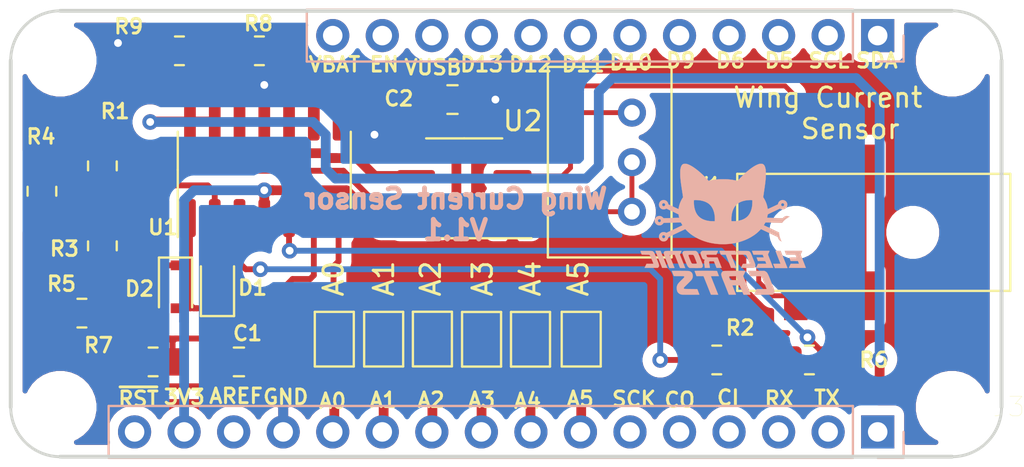
<source format=kicad_pcb>
(kicad_pcb (version 20171130) (host pcbnew "(5.1.9)-1")
  (title_block (title "Wing Current Sensor") (date 2021-03-12) (rev v1.0) (company "Electronic Cats"))
  (layers (0 F.Cu signal) (31 B.Cu signal) (34 B.Paste user) (35 F.Paste user) (36 B.SilkS user) (37 F.SilkS user) (38 B.Mask user) (39 F.Mask user) (44 Edge.Cuts user))
  (net 0 "")
  (net 1 "Net-(C1-Pad2)")
  (net 2 /OUT)
  (net 3 GND)
  (net 4 "Net-(D1-Pad2)")
  (net 5 "Net-(D1-Pad1)")
  (net 6 "Net-(D2-Pad1)")
  (net 7 "Net-(R2-Pad1)")
  (net 8 "Net-(R6-Pad1)")
  (net 9 "Net-(RV1-Pad1)")
  (net 10 "Net-(RV1-Pad3)")
  (net 11 "Net-(R8-Pad2)")
  (net 12 /TX)
  (net 13 /RX)
  (net 14 /MISO)
  (net 15 /MOSI)
  (net 16 /SCK)
  (net 17 /A5)
  (net 18 /A4)
  (net 19 /A3)
  (net 20 /A2)
  (net 21 /A1)
  (net 22 /A0)
  (net 23 /AREF)
  (net 24 +3V3)
  (net 25 /~RST)
  (net 26 /SDA)
  (net 27 /SCL)
  (net 28 /EN)
  (net 29 /VBUS)
  (net 30 "Net-(J1-Pad1)")
  (net 31 /9)
  (net 32 /10)
  (net 33 /11)
  (net 34 /12)
  (net 35 /13)
  (net 36 "Net-(J2-Pad12)")
  (net 37 "Net-(J2-Pad3)")
  (net 38 "Net-(J2-Pad4)")
  (net 39 /IN+)
  (net 40 /OUT1)
  (net 41 /VREF)
  (net 42 "Net-(J3-Pad2)")
  (module CUI_SJ-3524-SMT (layer F.Cu) (at 159.25 104.76 180)
    (fp_text reference J3 (at 0.075115 -5.945065) (layer F.SilkS) (effects (font (size 1.001693 1.001693) (thickness 0.015))))
    (fp_text value PJ-320B)
    (pad 1 smd rect (at 4.3 6.25 180) (size 1.2 2.5) (layers F.Cu F.Paste F.Mask) (net 3 GND))
    (pad 1 smd rect (at 4.3 -0.25 180) (size 1.2 2.5) (layers F.Cu F.Paste F.Mask) (net 3 GND))
    (pad 3 smd rect (at 11 6.25 180) (size 1.2 2.5) (layers F.Cu F.Paste F.Mask) (net 39 /IN+))
    (pad "" np_thru_hole circle (at 11 3 180) (size 1.7 1.7) (drill 1.7) (layers *.Cu *.Mask))
    (pad "" np_thru_hole circle (at 5 3 180) (size 1.7 1.7) (drill 1.7) (layers *.Cu *.Mask))
    (pad 2 smd rect (at 7.5 -0.25 180) (size 1.2 2.5) (layers F.Cu F.Paste F.Mask) (net 42 "Net-(J3-Pad2)"))
    (pad 3 smd rect (at 11 -0.25 180) (size 1.2 2.5) (layers F.Cu F.Paste F.Mask) (net 39 /IN+))
    (pad 2 smd rect (at 7.5 6.25 180) (size 1.2 2.5) (layers F.Cu F.Paste F.Mask) (net 42 "Net-(J3-Pad2)"))
  )
  (module Aesthetics:electronic_cats_logo_8x6 (layer B.Cu) (at 144.526 101.6 180)
    (fp_text reference G*** hide)
    (fp_text value LOGO hide)
  )
  (module MountingHole:MountingHole_2.7mm_M2.5 (layer F.Cu) (at 156.26 92.94)
    (fp_text reference REF** hide)
    (fp_text value MountingHole_2.7mm_M2.5 hide)
    (pad 1 np_thru_hole circle (at 0 0) (size 2.7 2.7) (drill 2.7) (layers *.Cu *.Mask))
  )
  (module MountingHole:MountingHole_2.7mm_M2.5 (layer F.Cu) (at 156.26 110.72)
    (fp_text reference REF** hide)
    (fp_text value MountingHole_2.7mm_M2.5 hide)
    (pad 1 np_thru_hole circle (at 0 0) (size 2.7 2.7) (drill 2.7) (layers *.Cu *.Mask))
  )
  (module MountingHole:MountingHole_2.7mm_M2.5 (layer F.Cu) (at 110.54 110.72)
    (fp_text reference REF** hide)
    (fp_text value MountingHole_2.7mm_M2.5 hide)
    (pad 1 np_thru_hole circle (at 0 0) (size 2.7 2.7) (drill 2.7) (layers *.Cu *.Mask))
  )
  (module MountingHole:MountingHole_2.7mm_M2.5 (layer F.Cu) (at 110.54 92.94)
    (fp_text reference REF** hide)
    (fp_text value MountingHole_2.7mm_M2.5 hide)
    (pad 1 np_thru_hole circle (at 0 0) (size 2.7 2.7) (drill 2.7) (layers *.Cu *.Mask))
  )
  (module Connector_PinHeader_2.54mm:PinHeader_1x16_P2.54mm_Vertical (layer B.Cu) (at 152.45 111.99 90)
    (fp_text reference J1 hide)
    (fp_text value "feather long" hide)
    (pad 1 thru_hole rect (at 0 0 90) (size 1.7 1.7) (drill 1) (layers *.Cu *.Mask) (net 30 "Net-(J1-Pad1)"))
    (pad 2 thru_hole oval (at 0 -2.54 90) (size 1.7 1.7) (drill 1) (layers *.Cu *.Mask) (net 12 /TX))
    (pad 3 thru_hole oval (at 0 -5.08 90) (size 1.7 1.7) (drill 1) (layers *.Cu *.Mask) (net 13 /RX))
    (pad 4 thru_hole oval (at 0 -7.62 90) (size 1.7 1.7) (drill 1) (layers *.Cu *.Mask) (net 14 /MISO))
    (pad 5 thru_hole oval (at 0 -10.16 90) (size 1.7 1.7) (drill 1) (layers *.Cu *.Mask) (net 15 /MOSI))
    (pad 6 thru_hole oval (at 0 -12.7 90) (size 1.7 1.7) (drill 1) (layers *.Cu *.Mask) (net 16 /SCK))
    (pad 7 thru_hole oval (at 0 -15.24 90) (size 1.7 1.7) (drill 1) (layers *.Cu *.Mask) (net 17 /A5))
    (pad 8 thru_hole oval (at 0 -17.78 90) (size 1.7 1.7) (drill 1) (layers *.Cu *.Mask) (net 18 /A4))
    (pad 9 thru_hole oval (at 0 -20.32 90) (size 1.7 1.7) (drill 1) (layers *.Cu *.Mask) (net 19 /A3))
    (pad 10 thru_hole oval (at 0 -22.86 90) (size 1.7 1.7) (drill 1) (layers *.Cu *.Mask) (net 20 /A2))
    (pad 11 thru_hole oval (at 0 -25.4 90) (size 1.7 1.7) (drill 1) (layers *.Cu *.Mask) (net 21 /A1))
    (pad 12 thru_hole oval (at 0 -27.94 90) (size 1.7 1.7) (drill 1) (layers *.Cu *.Mask) (net 22 /A0))
    (pad 13 thru_hole oval (at 0 -30.48 90) (size 1.7 1.7) (drill 1) (layers *.Cu *.Mask) (net 3 GND))
    (pad 14 thru_hole oval (at 0 -33.02 90) (size 1.7 1.7) (drill 1) (layers *.Cu *.Mask) (net 23 /AREF))
    (pad 15 thru_hole oval (at 0 -35.56 90) (size 1.7 1.7) (drill 1) (layers *.Cu *.Mask) (net 24 +3V3))
    (pad 16 thru_hole oval (at 0 -38.1 90) (size 1.7 1.7) (drill 1) (layers *.Cu *.Mask) (net 25 /~RST))
  )
  (module Connector_PinHeader_2.54mm:PinHeader_1x12_P2.54mm_Vertical (layer B.Cu) (at 152.45 91.67 90)
    (fp_text reference J2 hide)
    (fp_text value "feather short" hide)
    (pad 1 thru_hole rect (at 0 0 90) (size 1.7 1.7) (drill 1) (layers *.Cu *.Mask) (net 26 /SDA))
    (pad 2 thru_hole oval (at 0 -2.54 90) (size 1.7 1.7) (drill 1) (layers *.Cu *.Mask) (net 27 /SCL))
    (pad 3 thru_hole oval (at 0 -5.08 90) (size 1.7 1.7) (drill 1) (layers *.Cu *.Mask) (net 37 "Net-(J2-Pad3)"))
    (pad 4 thru_hole oval (at 0 -7.62 90) (size 1.7 1.7) (drill 1) (layers *.Cu *.Mask) (net 38 "Net-(J2-Pad4)"))
    (pad 5 thru_hole oval (at 0 -10.16 90) (size 1.7 1.7) (drill 1) (layers *.Cu *.Mask) (net 31 /9))
    (pad 6 thru_hole oval (at 0 -12.7 90) (size 1.7 1.7) (drill 1) (layers *.Cu *.Mask) (net 32 /10))
    (pad 7 thru_hole oval (at 0 -15.24 90) (size 1.7 1.7) (drill 1) (layers *.Cu *.Mask) (net 33 /11))
    (pad 8 thru_hole oval (at 0 -17.78 90) (size 1.7 1.7) (drill 1) (layers *.Cu *.Mask) (net 34 /12))
    (pad 9 thru_hole oval (at 0 -20.32 90) (size 1.7 1.7) (drill 1) (layers *.Cu *.Mask) (net 35 /13))
    (pad 10 thru_hole oval (at 0 -22.86 90) (size 1.7 1.7) (drill 1) (layers *.Cu *.Mask) (net 29 /VBUS))
    (pad 11 thru_hole oval (at 0 -25.4 90) (size 1.7 1.7) (drill 1) (layers *.Cu *.Mask) (net 28 /EN))
    (pad 12 thru_hole oval (at 0 -27.94 90) (size 1.7 1.7) (drill 1) (layers *.Cu *.Mask) (net 36 "Net-(J2-Pad12)"))
  )
  (module Capacitor_SMD:C_0805_2012Metric_Pad1.18x1.45mm_HandSolder (layer F.Cu) (at 119.7 108.4)
    (fp_text reference C1 (at 0.442 -1.466) (layer F.SilkS) (effects (font (size 0.75 0.75))))
    (fp_text value "10 μ ")
    (pad 2 smd roundrect (at 1.0375 0) (size 1.175 1.45) (layers F.Cu F.Paste F.Mask) (roundrect_rratio 0.2127659574468085) (net 1 "Net-(C1-Pad2)"))
    (pad 1 smd roundrect (at -1.0375 0) (size 1.175 1.45) (layers F.Cu F.Paste F.Mask) (roundrect_rratio 0.2127659574468085) (net 2 /OUT))
  )
  (module Capacitor_SMD:C_0805_2012Metric_Pad1.18x1.45mm_HandSolder (layer F.Cu) (at 130.65 94.95)
    (fp_text reference C2 (at -2.75 -0.05) (layer F.SilkS) (effects (font (size 0.75 0.75))))
    (fp_text value "0.1μ ")
    (pad 1 smd roundrect (at -1.0375 0) (size 1.175 1.45) (layers F.Cu F.Paste F.Mask) (roundrect_rratio 0.2127659574468085) (net 24 +3V3))
    (pad 2 smd roundrect (at 1.0375 0) (size 1.175 1.45) (layers F.Cu F.Paste F.Mask) (roundrect_rratio 0.2127659574468085) (net 3 GND))
  )
  (module Diode_SMD:D_SOD-323F (layer F.Cu) (at 118.6 104.55 90)
    (fp_text reference D1 (at -0.05 1.796 180) (layer F.SilkS) (effects (font (size 0.75 0.75))))
    (fp_text value DIODE)
    (pad 2 smd rect (at 1.1 0 90) (size 0.5 0.5) (layers F.Cu F.Paste F.Mask) (net 4 "Net-(D1-Pad2)"))
    (pad 1 smd rect (at -1.1 0 90) (size 0.5 0.5) (layers F.Cu F.Paste F.Mask) (net 5 "Net-(D1-Pad1)"))
  )
  (module Diode_SMD:D_SOD-323F (layer F.Cu) (at 116.45 104.55 270)
    (fp_text reference D2 (at 0.1 1.85 180) (layer F.SilkS) (effects (font (size 0.75 0.75))))
    (fp_text value DIODE)
    (pad 1 smd rect (at -1.1 0 270) (size 0.5 0.5) (layers F.Cu F.Paste F.Mask) (net 6 "Net-(D2-Pad1)"))
    (pad 2 smd rect (at 1.1 0 270) (size 0.5 0.5) (layers F.Cu F.Paste F.Mask) (net 5 "Net-(D1-Pad1)"))
  )
  (module Resistor_SMD:R_0805_2012Metric_Pad1.20x1.40mm_HandSolder (layer F.Cu) (at 112.7 98.35 270)
    (fp_text reference R1 (at -2.8 -0.65 180) (layer F.SilkS) (effects (font (size 0.75 0.75))))
    (fp_text value 10K)
    (pad 1 smd roundrect (at -1 0 270) (size 1.2 1.4) (layers F.Cu F.Paste F.Mask) (roundrect_rratio 0.2083325) (net 40 /OUT1))
    (pad 2 smd roundrect (at 1 0 270) (size 1.2 1.4) (layers F.Cu F.Paste F.Mask) (roundrect_rratio 0.2083325) (net 4 "Net-(D1-Pad2)"))
  )
  (module Resistor_SMD:R_0805_2012Metric_Pad1.20x1.40mm_HandSolder (layer F.Cu) (at 144.2 108.3)
    (fp_text reference R2 (at 1.2 -1.65) (layer F.SilkS) (effects (font (size 0.75 0.75))))
    (fp_text value 5K)
    (pad 1 smd roundrect (at -1 0) (size 1.2 1.4) (layers F.Cu F.Paste F.Mask) (roundrect_rratio 0.2083325) (net 7 "Net-(R2-Pad1)"))
    (pad 2 smd roundrect (at 1 0) (size 1.2 1.4) (layers F.Cu F.Paste F.Mask) (roundrect_rratio 0.2083325) (net 41 /VREF))
  )
  (module Resistor_SMD:R_0805_2012Metric_Pad1.20x1.40mm_HandSolder (layer F.Cu) (at 112.7 102.45 270)
    (fp_text reference R3 (at 0.15 1.95 180) (layer F.SilkS) (effects (font (size 0.75 0.75))))
    (fp_text value 10K)
    (pad 2 smd roundrect (at 1 0 270) (size 1.2 1.4) (layers F.Cu F.Paste F.Mask) (roundrect_rratio 0.2083325) (net 6 "Net-(D2-Pad1)"))
    (pad 1 smd roundrect (at -1 0 270) (size 1.2 1.4) (layers F.Cu F.Paste F.Mask) (roundrect_rratio 0.2083325) (net 4 "Net-(D1-Pad2)"))
  )
  (module Resistor_SMD:R_0805_2012Metric_Pad1.20x1.40mm_HandSolder (layer F.Cu) (at 109.6 99.65 270)
    (fp_text reference R4 (at -2.8 0.05 180) (layer F.SilkS) (effects (font (size 0.75 0.75))))
    (fp_text value 10K)
    (pad 2 smd roundrect (at 1 0 270) (size 1.2 1.4) (layers F.Cu F.Paste F.Mask) (roundrect_rratio 0.2083325) (net 1 "Net-(C1-Pad2)"))
    (pad 1 smd roundrect (at -1 0 270) (size 1.2 1.4) (layers F.Cu F.Paste F.Mask) (roundrect_rratio 0.2083325) (net 40 /OUT1))
  )
  (module Resistor_SMD:R_0805_2012Metric_Pad1.20x1.40mm_HandSolder (layer F.Cu) (at 111.65 105.9 180)
    (fp_text reference R5 (at 1.05 1.5) (layer F.SilkS) (effects (font (size 0.75 0.75))))
    (fp_text value 5K)
    (pad 1 smd roundrect (at -1 0 180) (size 1.2 1.4) (layers F.Cu F.Paste F.Mask) (roundrect_rratio 0.2083325) (net 6 "Net-(D2-Pad1)"))
    (pad 2 smd roundrect (at 1 0 180) (size 1.2 1.4) (layers F.Cu F.Paste F.Mask) (roundrect_rratio 0.2083325) (net 1 "Net-(C1-Pad2)"))
  )
  (module Resistor_SMD:R_0805_2012Metric_Pad1.20x1.40mm_HandSolder (layer F.Cu) (at 148.95 108.3 180)
    (fp_text reference R6 (at -3.3 0) (layer F.SilkS) (effects (font (size 0.75 0.75))))
    (fp_text value 3.3K)
    (pad 2 smd roundrect (at 1 0 180) (size 1.2 1.4) (layers F.Cu F.Paste F.Mask) (roundrect_rratio 0.2083325) (net 41 /VREF))
    (pad 1 smd roundrect (at -1 0 180) (size 1.2 1.4) (layers F.Cu F.Paste F.Mask) (roundrect_rratio 0.2083325) (net 8 "Net-(R6-Pad1)"))
  )
  (module Resistor_SMD:R_0805_2012Metric_Pad1.20x1.40mm_HandSolder (layer F.Cu) (at 115.3 108.4)
    (fp_text reference R7 (at -2.8 -0.85) (layer F.SilkS) (effects (font (size 0.75 0.75))))
    (fp_text value 10K)
    (pad 1 smd roundrect (at -1 0) (size 1.2 1.4) (layers F.Cu F.Paste F.Mask) (roundrect_rratio 0.2083325) (net 2 /OUT))
    (pad 2 smd roundrect (at 1 0) (size 1.2 1.4) (layers F.Cu F.Paste F.Mask) (roundrect_rratio 0.2083325) (net 1 "Net-(C1-Pad2)"))
  )
  (module Resistor_SMD:R_0805_2012Metric_Pad1.20x1.40mm_HandSolder (layer F.Cu) (at 120.75 92.45 180)
    (fp_text reference R8 (at 0.05 1.4 180) (layer F.SilkS) (effects (font (size 0.75 0.75))))
    (fp_text value 10K)
    (pad 2 smd roundrect (at 1 0 180) (size 1.2 1.4) (layers F.Cu F.Paste F.Mask) (roundrect_rratio 0.2083325) (net 11 "Net-(R8-Pad2)"))
    (pad 1 smd roundrect (at -1 0 180) (size 1.2 1.4) (layers F.Cu F.Paste F.Mask) (roundrect_rratio 0.2083325) (net 24 +3V3))
  )
  (module Resistor_SMD:R_0805_2012Metric_Pad1.20x1.40mm_HandSolder (layer F.Cu) (at 116.65 92.45 180)
    (fp_text reference R9 (at 2.6 1.25 180) (layer F.SilkS) (effects (font (size 0.75 0.75))))
    (fp_text value 10K)
    (pad 1 smd roundrect (at -1 0 180) (size 1.2 1.4) (layers F.Cu F.Paste F.Mask) (roundrect_rratio 0.2083325) (net 11 "Net-(R8-Pad2)"))
    (pad 2 smd roundrect (at 1 0 180) (size 1.2 1.4) (layers F.Cu F.Paste F.Mask) (roundrect_rratio 0.2083325) (net 3 GND))
  )
  (module Potentiometer_THT:Potentiometer_Bourns_3299W_Vertical (layer F.Cu) (at 139.85 100.7 270)
    (fp_text reference RV1 (at -1.35 -3.55 180) (layer F.SilkS) (effects (font (size 0.75 0.75))))
    (fp_text value 10K)
    (pad 1 thru_hole circle (at 0 0 270) (size 1.44 1.44) (drill 0.8) (layers *.Cu *.Mask) (net 9 "Net-(RV1-Pad1)"))
    (pad 2 thru_hole circle (at -2.54 0 270) (size 1.44 1.44) (drill 0.8) (layers *.Cu *.Mask) (net 9 "Net-(RV1-Pad1)"))
    (pad 3 thru_hole circle (at -5.08 0 270) (size 1.44 1.44) (drill 0.8) (layers *.Cu *.Mask) (net 10 "Net-(RV1-Pad3)"))
  )
  (module Package_SO:SO-14_3.9x8.65mm_P1.27mm (layer F.Cu) (at 121 98.55 90)
    (fp_text reference U1 (at -2.95 -5.2 180) (layer F.SilkS) (effects (font (size 0.75 0.75))))
    (fp_text value TL084)
    (pad 1 smd roundrect (at -2.475 -3.81 90) (size 1.95 0.6) (layers F.Cu F.Paste F.Mask) (net 5 "Net-(D1-Pad1)"))
    (pad 2 smd roundrect (at -2.475 -2.54 90) (size 1.95 0.6) (layers F.Cu F.Paste F.Mask) (net 4 "Net-(D1-Pad2)"))
    (pad 3 smd roundrect (at -2.475 -1.27 90) (size 1.95 0.6) (layers F.Cu F.Paste F.Mask) (net 7 "Net-(R2-Pad1)"))
    (pad 4 smd roundrect (at -2.475 0 90) (size 1.95 0.6) (layers F.Cu F.Paste F.Mask) (net 24 +3V3))
    (pad 5 smd roundrect (at -2.475 1.27 90) (size 1.95 0.6) (layers F.Cu F.Paste F.Mask) (net 8 "Net-(R6-Pad1)"))
    (pad 6 smd roundrect (at -2.475 2.54 90) (size 1.95 0.6) (layers F.Cu F.Paste F.Mask) (net 1 "Net-(C1-Pad2)"))
    (pad 7 smd roundrect (at -2.475 3.81 90) (size 1.95 0.6) (layers F.Cu F.Paste F.Mask) (net 2 /OUT))
    (pad 8 smd roundrect (at 2.475 3.81 90) (size 1.95 0.6) (layers F.Cu F.Paste F.Mask))
    (pad 9 smd roundrect (at 2.475 2.54 90) (size 1.95 0.6) (layers F.Cu F.Paste F.Mask))
    (pad 10 smd roundrect (at 2.475 1.27 90) (size 1.95 0.6) (layers F.Cu F.Paste F.Mask))
    (pad 11 smd roundrect (at 2.475 0 90) (size 1.95 0.6) (layers F.Cu F.Paste F.Mask) (net 3 GND))
    (pad 12 smd roundrect (at 2.475 -1.27 90) (size 1.95 0.6) (layers F.Cu F.Paste F.Mask) (net 11 "Net-(R8-Pad2)"))
    (pad 13 smd roundrect (at 2.475 -2.54 90) (size 1.95 0.6) (layers F.Cu F.Paste F.Mask) (net 41 /VREF))
    (pad 14 smd roundrect (at 2.475 -3.81 90) (size 1.95 0.6) (layers F.Cu F.Paste F.Mask) (net 41 /VREF))
  )
  (module Package_SO:SOIC-8_3.9x4.9mm_P1.27mm (layer F.Cu) (at 131.25 99.5 180)
    (fp_text reference U2 (at -3 3.45) (layer F.SilkS))
    (fp_text value AD8226)
    (pad 1 smd roundrect (at -2.475 -1.905 180) (size 1.95 0.6) (layers F.Cu F.Paste F.Mask) (net 3 GND))
    (pad 2 smd roundrect (at -2.475 -0.635 180) (size 1.95 0.6) (layers F.Cu F.Paste F.Mask) (net 9 "Net-(RV1-Pad1)"))
    (pad 3 smd roundrect (at -2.475 0.635 180) (size 1.95 0.6) (layers F.Cu F.Paste F.Mask) (net 10 "Net-(RV1-Pad3)"))
    (pad 4 smd roundrect (at -2.475 1.905 180) (size 1.95 0.6) (layers F.Cu F.Paste F.Mask) (net 39 /IN+))
    (pad 5 smd roundrect (at 2.475 1.905 180) (size 1.95 0.6) (layers F.Cu F.Paste F.Mask) (net 3 GND))
    (pad 6 smd roundrect (at 2.475 0.635 180) (size 1.95 0.6) (layers F.Cu F.Paste F.Mask) (net 41 /VREF))
    (pad 7 smd roundrect (at 2.475 -0.635 180) (size 1.95 0.6) (layers F.Cu F.Paste F.Mask) (net 40 /OUT1))
    (pad 8 smd roundrect (at 2.475 -1.905 180) (size 1.95 0.6) (layers F.Cu F.Paste F.Mask) (net 24 +3V3))
  )
  (module Jumper:SolderJumper-2_P1.3mm_Open_TrianglePad1.0x1.5mm (layer F.Cu) (at 137.25 107.235 270)
    (fp_text reference A5 (at -3.105 0.15 90) (layer F.SilkS))
    (fp_text value A5)
    (pad 2 smd custom (at 0.725 0 270) (size 0.3 0.3) (layers F.Cu F.Mask) (net 17 /A5) (options (clearance outline) (anchor rect)) (primitives (gr_poly (pts (xy -0.65 -0.75) (xy 0.5 -0.75) (xy 0.5 0.75) (xy -0.65 0.75) (xy -0.15 0)) (width 0))))
    (pad 1 smd custom (at -0.725 0 270) (size 0.3 0.3) (layers F.Cu F.Mask) (net 2 /OUT) (options (clearance outline) (anchor rect)) (primitives (gr_poly (pts (xy -0.5 -0.75) (xy 0.5 -0.75) (xy 1 0) (xy 0.5 0.75) (xy -0.5 0.75)) (width 0))))
  )
  (module Jumper:SolderJumper-2_P1.3mm_Open_TrianglePad1.0x1.5mm (layer F.Cu) (at 134.65 107.24 270)
    (fp_text reference A4 (at -3.11 0 90) (layer F.SilkS))
    (fp_text value A4)
    (pad 2 smd custom (at 0.725 0 270) (size 0.3 0.3) (layers F.Cu F.Mask) (net 18 /A4) (options (clearance outline) (anchor rect)) (primitives (gr_poly (pts (xy -0.65 -0.75) (xy 0.5 -0.75) (xy 0.5 0.75) (xy -0.65 0.75) (xy -0.15 0)) (width 0))))
    (pad 1 smd custom (at -0.725 0 270) (size 0.3 0.3) (layers F.Cu F.Mask) (net 2 /OUT) (options (clearance outline) (anchor rect)) (primitives (gr_poly (pts (xy -0.5 -0.75) (xy 0.5 -0.75) (xy 1 0) (xy 0.5 0.75) (xy -0.5 0.75)) (width 0))))
  )
  (module Jumper:SolderJumper-2_P1.3mm_Open_TrianglePad1.0x1.5mm (layer F.Cu) (at 129.62 107.23 270)
    (fp_text reference A2 (at -3.1 0.09 90) (layer F.SilkS))
    (fp_text value A2)
    (pad 2 smd custom (at 0.725 0 270) (size 0.3 0.3) (layers F.Cu F.Mask) (net 20 /A2) (options (clearance outline) (anchor rect)) (primitives (gr_poly (pts (xy -0.65 -0.75) (xy 0.5 -0.75) (xy 0.5 0.75) (xy -0.65 0.75) (xy -0.15 0)) (width 0))))
    (pad 1 smd custom (at -0.725 0 270) (size 0.3 0.3) (layers F.Cu F.Mask) (net 2 /OUT) (options (clearance outline) (anchor rect)) (primitives (gr_poly (pts (xy -0.5 -0.75) (xy 0.5 -0.75) (xy 1 0) (xy 0.5 0.75) (xy -0.5 0.75)) (width 0))))
  )
  (module Jumper:SolderJumper-2_P1.3mm_Open_TrianglePad1.0x1.5mm (layer F.Cu) (at 132.14 107.24 270)
    (fp_text reference A3 (at -3.11 -0.05 90) (layer F.SilkS))
    (fp_text value A3)
    (pad 1 smd custom (at -0.725 0 270) (size 0.3 0.3) (layers F.Cu F.Mask) (net 2 /OUT) (options (clearance outline) (anchor rect)) (primitives (gr_poly (pts (xy -0.5 -0.75) (xy 0.5 -0.75) (xy 1 0) (xy 0.5 0.75) (xy -0.5 0.75)) (width 0))))
    (pad 2 smd custom (at 0.725 0 270) (size 0.3 0.3) (layers F.Cu F.Mask) (net 19 /A3) (options (clearance outline) (anchor rect)) (primitives (gr_poly (pts (xy -0.65 -0.75) (xy 0.5 -0.75) (xy 0.5 0.75) (xy -0.65 0.75) (xy -0.15 0)) (width 0))))
  )
  (module Jumper:SolderJumper-2_P1.3mm_Open_TrianglePad1.0x1.5mm (layer F.Cu) (at 124.59 107.235 270)
    (fp_text reference A0 (at -3.105 0.04 90) (layer F.SilkS))
    (fp_text value A0)
    (pad 1 smd custom (at -0.725 0 270) (size 0.3 0.3) (layers F.Cu F.Mask) (net 2 /OUT) (options (clearance outline) (anchor rect)) (primitives (gr_poly (pts (xy -0.5 -0.75) (xy 0.5 -0.75) (xy 1 0) (xy 0.5 0.75) (xy -0.5 0.75)) (width 0))))
    (pad 2 smd custom (at 0.725 0 270) (size 0.3 0.3) (layers F.Cu F.Mask) (net 22 /A0) (options (clearance outline) (anchor rect)) (primitives (gr_poly (pts (xy -0.65 -0.75) (xy 0.5 -0.75) (xy 0.5 0.75) (xy -0.65 0.75) (xy -0.15 0)) (width 0))))
  )
  (module Jumper:SolderJumper-2_P1.3mm_Open_TrianglePad1.0x1.5mm (layer F.Cu) (at 127.12 107.235 270)
    (fp_text reference A1 (at -3.105 -0.01 90) (layer F.SilkS))
    (fp_text value A1)
    (pad 1 smd custom (at -0.725 0 270) (size 0.3 0.3) (layers F.Cu F.Mask) (net 2 /OUT) (options (clearance outline) (anchor rect)) (primitives (gr_poly (pts (xy -0.5 -0.75) (xy 0.5 -0.75) (xy 1 0) (xy 0.5 0.75) (xy -0.5 0.75)) (width 0))))
    (pad 2 smd custom (at 0.725 0 270) (size 0.3 0.3) (layers F.Cu F.Mask) (net 21 /A1) (options (clearance outline) (anchor rect)) (primitives (gr_poly (pts (xy -0.65 -0.75) (xy 0.5 -0.75) (xy 0.5 0.75) (xy -0.65 0.75) (xy -0.15 0)) (width 0))))
  )
  (gr_text "Wing Current \n  Sensor" (at 150.28 95.65) (layer F.SilkS) (effects (font (size 1 1))))
  (gr_text D13 (at 132.15 93.15) (layer F.SilkS) (effects (font (size 0.75 0.75))))
  (gr_text D12 (at 134.65 93.15) (layer F.SilkS) (effects (font (size 0.75 0.75))))
  (gr_text D11 (at 137.35 93.15) (layer F.SilkS) (effects (font (size 0.75 0.75))))
  (gr_text D10 (at 139.8 93.05) (layer F.SilkS) (effects (font (size 0.75 0.75))))
  (gr_text D9 (at 142.35 92.95) (layer F.SilkS) (effects (font (size 0.75 0.75))))
  (gr_text D6 (at 144.9 92.95) (layer F.SilkS) (effects (font (size 0.75 0.75))))
  (gr_text D5 (at 147.4 92.95) (layer F.SilkS) (effects (font (size 0.75 0.75))))
  (gr_text "Wing Current Sensor\nV1.1" (at 130.81 100.838) (layer B.SilkS) (effects (font (size 1 1) (thickness 0.25)) (justify mirror)))
  (gr_text VUSB (at 129.65 93.3) (layer F.SilkS) (effects (font (size 0.75 0.75))))
  (gr_text VBAT (at 124.6 93.15) (layer F.SilkS) (effects (font (size 0.75 0.75))))
  (gr_text EN (at 127.15 93.15) (layer F.SilkS) (effects (font (size 0.75 0.75))))
  (gr_text SCL (at 149.95 92.95) (layer F.SilkS) (effects (font (size 0.75 0.75))))
  (gr_text SDA (at 152.4 92.95) (layer F.SilkS) (effects (font (size 0.75 0.75))))
  (gr_text TX (at 149.85 110.25) (layer F.SilkS) (effects (font (size 0.75 0.75))))
  (gr_text RX (at 147.4 110.3) (layer F.SilkS) (effects (font (size 0.75 0.75))))
  (gr_text CI (at 144.78 110.236) (layer F.SilkS) (effects (font (size 0.75 0.75))))
  (gr_text CO (at 142.3 110.35) (layer F.SilkS) (effects (font (size 0.75 0.75))))
  (gr_text SCK (at 139.954 110.3) (layer F.SilkS) (effects (font (size 0.75 0.75))))
  (gr_text A5 (at 137.2 110.3) (layer F.SilkS) (effects (font (size 0.75 0.75))))
  (gr_text A4 (at 134.5 110.4) (layer F.SilkS) (effects (font (size 0.75 0.75))))
  (gr_text A3 (at 132.15 110.35) (layer F.SilkS) (effects (font (size 0.75 0.75))))
  (gr_text A2 (at 129.55 110.35) (layer F.SilkS) (effects (font (size 0.75 0.75))))
  (gr_text A1 (at 127.1 110.35) (layer F.SilkS) (effects (font (size 0.75 0.75))))
  (gr_text A0 (at 124.5 110.4) (layer F.SilkS) (effects (font (size 0.75 0.75))))
  (gr_text GND (at 122.1 110.2) (layer F.SilkS) (effects (font (size 0.75 0.75))))
  (gr_text AREF (at 119.55 110.15) (layer F.SilkS) (effects (font (size 0.75 0.75))))
  (gr_text 3V3 (at 116.9 110.2) (layer F.SilkS) (effects (font (size 0.75 0.75))))
  (gr_text ~RST (at 114.55 110.3) (layer F.SilkS) (effects (font (size 0.75 0.75))))
  (gr_arc (start 156.26 92.94) (end 158.8 92.94) (angle -90) (layer Edge.Cuts) (width 0.15))
  (gr_arc (start 156.26 110.72) (end 156.26 113.26) (angle -90) (layer Edge.Cuts) (width 0.15))
  (gr_arc (start 110.54 110.72) (end 108 110.72) (angle -90) (layer Edge.Cuts) (width 0.15))
  (gr_arc (start 110.54 92.94) (end 110.54 90.4) (angle -90) (layer Edge.Cuts) (width 0.15))
  (gr_line (start 108 110.72) (end 108 92.94) (layer Edge.Cuts) (width 0.2))
  (gr_line (start 156.26 113.26) (end 110.54 113.26) (layer Edge.Cuts) (width 0.2))
  (gr_line (start 158.8 92.94) (end 158.8 110.72) (layer Edge.Cuts) (width 0.2))
  (gr_line (start 110.54 90.4) (end 156.26 90.4) (layer Edge.Cuts) (width 0.2))
  (segment (start 109.8 105.9) (end 109.6 105.7) (width 0.3) (layer F.Cu) (net 1))
  (segment (start 109.6 105.7) (end 109.6 100.65) (width 0.3) (layer F.Cu) (net 1))
  (segment (start 110.65 105.9) (end 109.8 105.9) (width 0.3) (layer F.Cu) (net 1))
  (segment (start 110.65 105.9) (end 110.65 106.55) (width 0.3) (layer F.Cu) (net 1))
  (segment (start 110.65 106.55) (end 111.3 107.2) (width 0.3) (layer F.Cu) (net 1))
  (segment (start 113.8 107.2) (end 116.15 107.2) (width 0.3) (layer F.Cu) (net 1))
  (segment (start 111.3 107.2) (end 113.8 107.2) (width 0.3) (layer F.Cu) (net 1))
  (segment (start 113.8 107.2) (end 114 107.2) (width 0.3) (layer F.Cu) (net 1))
  (segment (start 116.3 107.35) (end 116.3 108.4) (width 0.3) (layer F.Cu) (net 1))
  (segment (start 116.15 107.2) (end 116.3 107.35) (width 0.3) (layer F.Cu) (net 1))
  (segment (start 116.45 107.2) (end 116.3 107.35) (width 0.3) (layer F.Cu) (net 1))
  (segment (start 116.5 107.2) (end 116.45 107.2) (width 0.3) (layer F.Cu) (net 1))
  (segment (start 116.5 107.2) (end 116.15 107.2) (width 0.3) (layer F.Cu) (net 1))
  (segment (start 120.7375 107.2875) (end 120.65 107.2) (width 0.3) (layer F.Cu) (net 1))
  (segment (start 121.05 107.2) (end 120.7375 107.5125) (width 0.3) (layer F.Cu) (net 1))
  (segment (start 120.7375 107.5125) (end 120.7375 107.2875) (width 0.3) (layer F.Cu) (net 1))
  (segment (start 120.7375 108.4) (end 120.7375 107.5125) (width 0.3) (layer F.Cu) (net 1))
  (segment (start 120.65 107.2) (end 121.05 107.2) (width 0.3) (layer F.Cu) (net 1))
  (segment (start 120.5 107.275) (end 120.7375 107.5125) (width 0.3) (layer F.Cu) (net 1))
  (segment (start 120.5 107.2) (end 120.5 107.275) (width 0.3) (layer F.Cu) (net 1))
  (segment (start 116.5 107.2) (end 120.5 107.2) (width 0.3) (layer F.Cu) (net 1))
  (segment (start 120.5 107.2) (end 120.65 107.2) (width 0.3) (layer F.Cu) (net 1))
  (segment (start 121.45 107.2) (end 121.05 107.2) (width 0.3) (layer F.Cu) (net 1))
  (segment (start 121.7 106.95) (end 121.45 107.2) (width 0.3) (layer F.Cu) (net 1))
  (segment (start 121.7 104.9) (end 121.7 106.95) (width 0.3) (layer F.Cu) (net 1))
  (segment (start 122.45 104.15) (end 121.7 104.9) (width 0.3) (layer F.Cu) (net 1))
  (segment (start 123.35 104.15) (end 122.45 104.15) (width 0.3) (layer F.Cu) (net 1))
  (segment (start 123.54 103.96) (end 123.35 104.15) (width 0.3) (layer F.Cu) (net 1))
  (segment (start 123.54 101.025) (end 123.54 103.96) (width 0.3) (layer F.Cu) (net 1))
  (segment (start 118.6625 109.4375) (end 118.6625 108.4) (width 0.3) (layer F.Cu) (net 2))
  (segment (start 118.45 109.65) (end 118.6625 109.4375) (width 0.3) (layer F.Cu) (net 2))
  (segment (start 114.5 109.65) (end 118.45 109.65) (width 0.3) (layer F.Cu) (net 2))
  (segment (start 114.3 108.4) (end 114.3 109.45) (width 0.3) (layer F.Cu) (net 2))
  (segment (start 118.8 109.575) (end 118.6625 109.4375) (width 0.3) (layer F.Cu) (net 2))
  (segment (start 118.8 109.65) (end 118.8 109.575) (width 0.3) (layer F.Cu) (net 2))
  (segment (start 118.8 109.65) (end 118.45 109.65) (width 0.3) (layer F.Cu) (net 2))
  (segment (start 114.5 109.65) (end 114.3 109.45) (width 0.3) (layer F.Cu) (net 2))
  (segment (start 121.95 109.65) (end 121.1 109.65) (width 0.3) (layer F.Cu) (net 2))
  (segment (start 121.1 109.65) (end 118.8 109.65) (width 0.3) (layer F.Cu) (net 2))
  (segment (start 122.92 106.7) (end 124.4 106.7) (width 0.3) (layer F.Cu) (net 2))
  (segment (start 122.7 106.92) (end 122.92 106.7) (width 0.3) (layer F.Cu) (net 2))
  (segment (start 124.4 106.7) (end 124.59 106.51) (width 0.3) (layer F.Cu) (net 2))
  (segment (start 122.7 109.4) (end 122.7 106.92) (width 0.3) (layer F.Cu) (net 2))
  (segment (start 122.45 109.65) (end 122.7 109.4) (width 0.3) (layer F.Cu) (net 2))
  (segment (start 121.1 109.65) (end 122.45 109.65) (width 0.3) (layer F.Cu) (net 2))
  (segment (start 137.23 106.53) (end 137.25 106.51) (width 0.3) (layer F.Cu) (net 2))
  (segment (start 124.61 106.53) (end 137.23 106.53) (width 0.3) (layer F.Cu) (net 2))
  (segment (start 124.55 103.5) (end 124.55 106.47) (width 0.3) (layer F.Cu) (net 2))
  (segment (start 124.81 103.24) (end 124.55 103.5) (width 0.3) (layer F.Cu) (net 2))
  (segment (start 124.55 106.47) (end 124.61 106.53) (width 0.3) (layer F.Cu) (net 2))
  (segment (start 124.81 101.025) (end 124.81 103.24) (width 0.3) (layer F.Cu) (net 2))
  (segment (start 115.65 92.45) (end 113.85 92.45) (width 0.3) (layer F.Cu) (net 3))
  (via (at 121 94.2) (size 0.8) (drill 0.4) (layers F.Cu B.Cu) (net 3))
  (segment (start 121 96.075) (end 121 94.2) (width 0.3) (layer F.Cu) (net 3))
  (segment (start 131.6875 94.95) (end 131.6875 93.6625) (width 0.3) (layer F.Cu) (net 3))
  (via (at 132.85 94.95) (size 0.8) (drill 0.4) (layers F.Cu B.Cu) (net 3))
  (segment (start 131.6875 94.95) (end 132.85 94.95) (width 0.3) (layer F.Cu) (net 3))
  (segment (start 128.775 97.595) (end 127.095 97.595) (width 0.3) (layer F.Cu) (net 3))
  (via (at 126.65 96.75) (size 0.8) (drill 0.4) (layers F.Cu B.Cu) (net 3))
  (segment (start 126.65 97.15) (end 126.65 96.75) (width 0.3) (layer F.Cu) (net 3))
  (segment (start 127.095 97.595) (end 126.65 97.15) (width 0.3) (layer F.Cu) (net 3))
  (via (at 113.5 92.05) (size 0.8) (drill 0.4) (layers F.Cu B.Cu) (net 3))
  (segment (start 113.9 92.45) (end 113.5 92.05) (width 0.3) (layer F.Cu) (net 3))
  (segment (start 115.65 92.45) (end 113.9 92.45) (width 0.3) (layer F.Cu) (net 3))
  (segment (start 133.725 102.125) (end 133.725 101.405) (width 0.25) (layer F.Cu) (net 3))
  (segment (start 134.74 103.14) (end 133.725 102.125) (width 0.25) (layer F.Cu) (net 3))
  (segment (start 112.7 101.45) (end 112.7 99.35) (width 0.3) (layer F.Cu) (net 4))
  (segment (start 112.7 99.35) (end 118.1 99.35) (width 0.3) (layer F.Cu) (net 4))
  (segment (start 118.46 99.71) (end 118.46 101.025) (width 0.3) (layer F.Cu) (net 4))
  (segment (start 118.1 99.35) (end 118.46 99.71) (width 0.3) (layer F.Cu) (net 4))
  (segment (start 118.6 101.165) (end 118.46 101.025) (width 0.3) (layer F.Cu) (net 4))
  (segment (start 118.6 103.45) (end 118.6 101.165) (width 0.3) (layer F.Cu) (net 4))
  (segment (start 117.19 105.64) (end 117.2 105.65) (width 0.3) (layer F.Cu) (net 5))
  (segment (start 117.38 105.65) (end 117.19 105.46) (width 0.3) (layer F.Cu) (net 5))
  (segment (start 117.55 105.65) (end 117.38 105.65) (width 0.3) (layer F.Cu) (net 5))
  (segment (start 117.19 101.025) (end 117.19 105.46) (width 0.3) (layer F.Cu) (net 5))
  (segment (start 117.2 105.65) (end 117.55 105.65) (width 0.3) (layer F.Cu) (net 5))
  (segment (start 117.19 105.46) (end 117.19 105.64) (width 0.3) (layer F.Cu) (net 5))
  (segment (start 117.55 105.65) (end 118.6 105.65) (width 0.3) (layer F.Cu) (net 5))
  (segment (start 117 105.65) (end 117.19 105.46) (width 0.3) (layer F.Cu) (net 5))
  (segment (start 116.85 105.65) (end 117 105.65) (width 0.3) (layer F.Cu) (net 5))
  (segment (start 116.45 105.65) (end 116.85 105.65) (width 0.3) (layer F.Cu) (net 5))
  (segment (start 116.85 105.65) (end 117.2 105.65) (width 0.3) (layer F.Cu) (net 5))
  (segment (start 112.65 103.5) (end 112.7 103.45) (width 0.3) (layer F.Cu) (net 6))
  (segment (start 112.65 105.9) (end 112.65 103.5) (width 0.3) (layer F.Cu) (net 6))
  (segment (start 112.7 103.45) (end 116.45 103.45) (width 0.3) (layer F.Cu) (net 6))
  (via (at 141.3 108.3) (size 0.8) (drill 0.4) (layers F.Cu B.Cu) (net 7))
  (segment (start 143.2 108.3) (end 141.3 108.3) (width 0.3) (layer F.Cu) (net 7))
  (via (at 120.8 103.65) (size 0.8) (drill 0.4) (layers F.Cu B.Cu) (net 7))
  (segment (start 119.73 101.025) (end 119.73 102.53) (width 0.3) (layer F.Cu) (net 7))
  (segment (start 120.8 103.65) (end 120.05 103.65) (width 0.3) (layer F.Cu) (net 7))
  (segment (start 119.73 103.33) (end 119.73 102.53) (width 0.3) (layer F.Cu) (net 7))
  (segment (start 120.05 103.65) (end 119.73 103.33) (width 0.3) (layer F.Cu) (net 7))
  (segment (start 120.8 103.65) (end 140.8 103.65) (width 0.3) (layer B.Cu) (net 7))
  (segment (start 141.3 104.15) (end 141.3 108.3) (width 0.3) (layer B.Cu) (net 7))
  (segment (start 140.8 103.65) (end 141.3 104.15) (width 0.3) (layer B.Cu) (net 7))
  (via (at 122.3 102.7) (size 0.8) (drill 0.4) (layers F.Cu B.Cu) (net 8))
  (segment (start 122.27 102.67) (end 122.3 102.7) (width 0.3) (layer F.Cu) (net 8))
  (segment (start 122.27 101.025) (end 122.27 102.67) (width 0.3) (layer F.Cu) (net 8))
  (via (at 148.85 107.14) (size 0.8) (drill 0.4) (layers F.Cu B.Cu) (net 8))
  (segment (start 149.95 108.24) (end 148.85 107.14) (width 0.3) (layer F.Cu) (net 8))
  (segment (start 149.95 108.3) (end 149.95 108.24) (width 0.3) (layer F.Cu) (net 8))
  (segment (start 122.3 102.7) (end 144.41 102.7) (width 0.3) (layer B.Cu) (net 8))
  (segment (start 144.41 102.7) (end 148.85 107.14) (width 0.3) (layer B.Cu) (net 8))
  (segment (start 139.85 100.7) (end 139.85 98.16) (width 0.25) (layer F.Cu) (net 9))
  (segment (start 139.85 100.7) (end 136.3 100.7) (width 0.25) (layer F.Cu) (net 9))
  (segment (start 135.735 100.135) (end 133.725 100.135) (width 0.25) (layer F.Cu) (net 9))
  (segment (start 136.3 100.7) (end 135.735 100.135) (width 0.25) (layer F.Cu) (net 9))
  (segment (start 133.725 98.865) (end 133.74 98.85) (width 0.25) (layer F.Cu) (net 10))
  (segment (start 136.285 98.865) (end 133.725 98.865) (width 0.25) (layer F.Cu) (net 10))
  (segment (start 136.7 98.45) (end 136.285 98.865) (width 0.25) (layer F.Cu) (net 10))
  (segment (start 136.7 96) (end 136.7 98.45) (width 0.25) (layer F.Cu) (net 10))
  (segment (start 137.08 95.62) (end 136.7 96) (width 0.25) (layer F.Cu) (net 10))
  (segment (start 139.85 95.62) (end 137.08 95.62) (width 0.25) (layer F.Cu) (net 10))
  (segment (start 117.65 92.45) (end 119.75 92.45) (width 0.3) (layer F.Cu) (net 11))
  (segment (start 119.73 92.47) (end 119.75 92.45) (width 0.3) (layer F.Cu) (net 11))
  (segment (start 119.73 96.075) (end 119.73 92.47) (width 0.3) (layer F.Cu) (net 11))
  (segment (start 137.25 111.95) (end 137.21 111.99) (width 0.5) (layer F.Cu) (net 17))
  (segment (start 137.25 107.96) (end 137.25 111.95) (width 0.5) (layer F.Cu) (net 17))
  (segment (start 134.65 111.97) (end 134.67 111.99) (width 0.5) (layer F.Cu) (net 18))
  (segment (start 134.65 107.965) (end 134.65 111.97) (width 0.5) (layer F.Cu) (net 18))
  (segment (start 132.14 111.98) (end 132.13 111.99) (width 0.5) (layer F.Cu) (net 19))
  (segment (start 132.14 107.965) (end 132.14 111.98) (width 0.5) (layer F.Cu) (net 19))
  (segment (start 129.62 111.96) (end 129.59 111.99) (width 0.5) (layer F.Cu) (net 20))
  (segment (start 129.62 107.955) (end 129.62 111.96) (width 0.5) (layer F.Cu) (net 20))
  (segment (start 127.12 111.92) (end 127.05 111.99) (width 0.5) (layer F.Cu) (net 21))
  (segment (start 127.12 107.96) (end 127.12 111.92) (width 0.5) (layer F.Cu) (net 21))
  (segment (start 124.59 111.91) (end 124.51 111.99) (width 0.5) (layer F.Cu) (net 22))
  (segment (start 124.59 107.96) (end 124.59 111.91) (width 0.5) (layer F.Cu) (net 22))
  (segment (start 129.6125 95.8125) (end 129.6125 94.95) (width 0.5) (layer F.Cu) (net 24))
  (segment (start 130.85 97.05) (end 129.6125 95.8125) (width 0.5) (layer F.Cu) (net 24))
  (segment (start 130.85 100.65) (end 130.85 97.05) (width 0.5) (layer F.Cu) (net 24))
  (segment (start 130.095 101.405) (end 130.85 100.65) (width 0.5) (layer F.Cu) (net 24))
  (segment (start 128.775 101.405) (end 130.095 101.405) (width 0.5) (layer F.Cu) (net 24))
  (segment (start 129.6125 94.95) (end 127.35 94.95) (width 0.5) (layer F.Cu) (net 24))
  (segment (start 127.35 94.95) (end 126.25 93.85) (width 0.5) (layer F.Cu) (net 24))
  (segment (start 126.25 93.85) (end 122.2 93.85) (width 0.5) (layer F.Cu) (net 24))
  (segment (start 121.75 93.4) (end 121.75 92.45) (width 0.5) (layer F.Cu) (net 24))
  (segment (start 122.2 93.85) (end 121.75 93.4) (width 0.5) (layer F.Cu) (net 24))
  (segment (start 125.208534 99.59999) (end 121.45001 99.59999) (width 0.5) (layer F.Cu) (net 24))
  (segment (start 128.775 101.405) (end 127.013544 101.405) (width 0.5) (layer F.Cu) (net 24))
  (segment (start 127.013544 101.405) (end 125.208534 99.59999) (width 0.5) (layer F.Cu) (net 24))
  (segment (start 116.89 102.79) (end 116.89 103.24) (width 0.3) (layer B.Cu) (net 24))
  (segment (start 116.89 103.24) (end 116.89 102.89) (width 0.3) (layer B.Cu) (net 24))
  (segment (start 116.89 111.99) (end 116.89 103.24) (width 0.3) (layer B.Cu) (net 24))
  (segment (start 121 101.025) (end 121 99.8) (width 0.5) (layer F.Cu) (net 24))
  (segment (start 121.20001 99.59999) (end 121 99.8) (width 0.5) (layer F.Cu) (net 24))
  (segment (start 121.45001 99.59999) (end 121.20001 99.59999) (width 0.5) (layer F.Cu) (net 24))
  (segment (start 121 99.8) (end 120.79999 99.59999) (width 0.5) (layer F.Cu) (net 24))
  (segment (start 116.89 106.31) (end 116.89 100.11) (width 0.5) (layer B.Cu) (net 24))
  (segment (start 116.89 102.79) (end 116.89 106.31) (width 0.5) (layer B.Cu) (net 24))
  (segment (start 116.89 106.31) (end 116.89 111.99) (width 0.5) (layer B.Cu) (net 24))
  (via (at 121.00001 99.59999) (size 0.8) (drill 0.4) (layers F.Cu B.Cu) (net 24))
  (segment (start 117.40001 99.59999) (end 121.00001 99.59999) (width 0.5) (layer B.Cu) (net 24))
  (segment (start 116.89 100.11) (end 117.40001 99.59999) (width 0.5) (layer B.Cu) (net 24))
  (segment (start 121.00001 99.59999) (end 120.79999 99.59999) (width 0.5) (layer F.Cu) (net 24))
  (segment (start 121.45001 99.59999) (end 121.00001 99.59999) (width 0.5) (layer F.Cu) (net 24))
  (segment (start 129.6 91.68) (end 129.59 91.67) (width 0.25) (layer F.Cu) (net 29))
  (segment (start 129.6125 91.6925) (end 129.59 91.67) (width 0.5) (layer F.Cu) (net 29))
  (segment (start 134.15 94.25) (end 133.725 94.675) (width 0.25) (layer F.Cu) (net 39))
  (segment (start 133.725 94.675) (end 133.725 97.595) (width 0.25) (layer F.Cu) (net 39))
  (segment (start 147.7 94.25) (end 134.15 94.25) (width 0.25) (layer F.Cu) (net 39))
  (segment (start 148.15 94.7) (end 147.7 94.25) (width 0.25) (layer F.Cu) (net 39))
  (segment (start 148.15 98.51) (end 148.15 94.7) (width 0.25) (layer F.Cu) (net 39))
  (segment (start 147.06 105.01) (end 148.25 105.01) (width 0.25) (layer F.Cu) (net 39))
  (segment (start 146.35 104.3) (end 147.06 105.01) (width 0.25) (layer F.Cu) (net 39))
  (segment (start 146.35 99.41) (end 146.35 104.3) (width 0.25) (layer F.Cu) (net 39))
  (segment (start 147.25 98.51) (end 146.35 99.41) (width 0.25) (layer F.Cu) (net 39))
  (segment (start 148.25 98.51) (end 147.25 98.51) (width 0.25) (layer F.Cu) (net 39))
  (segment (start 109.6 98.65) (end 109.6 98.05) (width 0.3) (layer F.Cu) (net 40))
  (segment (start 110.3 97.35) (end 112.7 97.35) (width 0.3) (layer F.Cu) (net 40))
  (segment (start 109.6 98.05) (end 110.3 97.35) (width 0.3) (layer F.Cu) (net 40))
  (segment (start 126.592087 100.135) (end 125.057078 98.599991) (width 0.3) (layer F.Cu) (net 40))
  (segment (start 125.057078 98.599991) (end 119.098533 98.599991) (width 0.3) (layer F.Cu) (net 40))
  (segment (start 119.098533 98.599991) (end 118.29854 97.799998) (width 0.3) (layer F.Cu) (net 40))
  (segment (start 128.775 100.135) (end 126.592087 100.135) (width 0.3) (layer F.Cu) (net 40))
  (segment (start 118.29854 97.799998) (end 113.149998 97.799998) (width 0.3) (layer F.Cu) (net 40))
  (segment (start 113.149998 97.799998) (end 112.7 97.35) (width 0.3) (layer F.Cu) (net 40))
  (segment (start 117.19 96.075) (end 118.46 96.075) (width 0.5) (layer F.Cu) (net 41))
  (segment (start 125.75 97.95) (end 124.3 97.95) (width 0.5) (layer F.Cu) (net 41))
  (segment (start 126.665 98.865) (end 125.75 97.95) (width 0.5) (layer F.Cu) (net 41))
  (segment (start 128.775 98.865) (end 126.665 98.865) (width 0.5) (layer F.Cu) (net 41))
  (segment (start 124.7 97.95) (end 124.3 97.95) (width 0.5) (layer F.Cu) (net 41))
  (segment (start 145.2 108.3) (end 146.55 108.3) (width 0.5) (layer F.Cu) (net 41))
  (segment (start 146.55 108.3) (end 147.95 108.3) (width 0.5) (layer F.Cu) (net 41))
  (via (at 115.15 96.1) (size 0.8) (drill 0.4) (layers F.Cu B.Cu) (net 41))
  (segment (start 115.175 96.075) (end 115.15 96.1) (width 0.5) (layer F.Cu) (net 41))
  (segment (start 117.19 96.075) (end 115.175 96.075) (width 0.5) (layer F.Cu) (net 41))
  (segment (start 145.2 108.3) (end 145.2 109.2) (width 0.5) (layer F.Cu) (net 41))
  (segment (start 145.2 109.2) (end 145.2 109.6) (width 0.5) (layer F.Cu) (net 41))
  (segment (start 145.2 109.6) (end 145.5 109.9) (width 0.5) (layer F.Cu) (net 41))
  (segment (start 145.5 109.9) (end 151.85 109.9) (width 0.5) (layer F.Cu) (net 41))
  (via (at 152.55 108.25) (size 0.8) (drill 0.4) (layers F.Cu B.Cu) (net 41))
  (segment (start 152.55 109.2) (end 152.55 108.25) (width 0.5) (layer F.Cu) (net 41))
  (segment (start 151.85 109.9) (end 152.55 109.2) (width 0.5) (layer F.Cu) (net 41))
  (segment (start 124.3 97.95) (end 124.04998 97.69998) (width 0.5) (layer F.Cu) (net 41))
  (segment (start 124.04998 97.69998) (end 119.10998 97.69998) (width 0.5) (layer F.Cu) (net 41))
  (segment (start 118.46 97.05) (end 118.46 96.075) (width 0.5) (layer F.Cu) (net 41))
  (segment (start 119.10998 97.69998) (end 118.46 97.05) (width 0.5) (layer F.Cu) (net 41))
  (segment (start 124.15 96.75) (end 123.5 96.1) (width 0.5) (layer B.Cu) (net 41))
  (segment (start 124.15 98.5) (end 124.15 96.75) (width 0.5) (layer B.Cu) (net 41))
  (segment (start 124.65 99) (end 124.15 98.5) (width 0.5) (layer B.Cu) (net 41))
  (segment (start 123.5 96.1) (end 115.15 96.1) (width 0.5) (layer B.Cu) (net 41))
  (segment (start 137.5 99) (end 124.65 99) (width 0.5) (layer B.Cu) (net 41))
  (segment (start 138.15 98.35) (end 137.5 99) (width 0.5) (layer B.Cu) (net 41))
  (segment (start 152.55 95.05) (end 151.35 93.85) (width 0.5) (layer B.Cu) (net 41))
  (segment (start 138.15 94.55) (end 138.15 98.35) (width 0.5) (layer B.Cu) (net 41))
  (segment (start 151.35 93.85) (end 138.85 93.85) (width 0.5) (layer B.Cu) (net 41))
  (segment (start 138.85 93.85) (end 138.15 94.55) (width 0.5) (layer B.Cu) (net 41))
  (segment (start 152.55 108.25) (end 152.55 95.05) (width 0.5) (layer B.Cu) (net 41))
  (segment (start 151.75 98.51) (end 151.75 105.01) (width 0.25) (layer F.Cu) (net 42))
  (zone (net 3) (net_name GND) (layer F.Cu) (connect_pads (clearance 0.508)) (min_thickness 0.254) (fill yes (arc_segments 32) (thermal_gap 0.508) (thermal_bridge_width 0.508))
    (polygon (pts (xy 159.4 113.8) (xy 107.5 113.75) (xy 107.45 89.9) (xy 159.35 89.9)))
  )
  (zone (net 3) (net_name GND) (layer B.Cu) (connect_pads (clearance 0.508)) (min_thickness 0.254) (fill yes (arc_segments 32) (thermal_gap 0.508) (thermal_bridge_width 0.508))
    (polygon (pts (xy 159.4 113.8) (xy 107.5 113.75) (xy 107.45 89.9) (xy 159.35 89.9)))
  )
)
</source>
